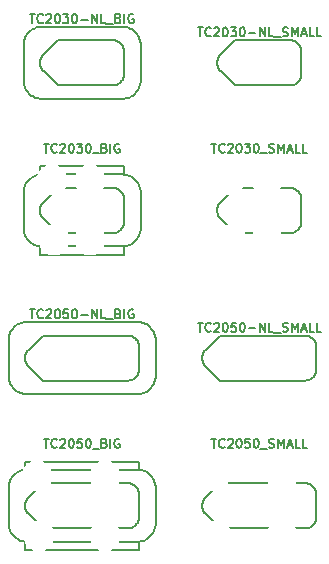
<source format=gto>
G04 (created by PCBNEW-RS274X (2012-05-18 BZR 3565)-testing) date 5/24/2012 1:48:57 AM*
%MOIN*%
G04 Gerber Fmt 3.4, Leading zero omitted, Abs format*
%FSLAX34Y34*%
G01*
G70*
G90*
G04 APERTURE LIST*
%ADD10C,0.006*%
%ADD11C,0.005*%
%ADD12C,0.0409*%
%ADD13C,0.0489*%
%ADD14C,0.0488*%
%ADD15C,0.1034*%
%ADD16C,0.1033*%
G04 APERTURE END LIST*
G54D10*
G54D11*
X46301Y-35199D02*
X44456Y-35199D01*
X46301Y-33699D02*
X44456Y-33699D01*
X43991Y-34734D02*
X44456Y-35199D01*
X43991Y-34164D02*
X44456Y-33699D01*
X43992Y-34165D02*
X43968Y-34190D01*
X43946Y-34218D01*
X43927Y-34248D01*
X43911Y-34279D01*
X43898Y-34312D01*
X43887Y-34345D01*
X43880Y-34380D01*
X43875Y-34414D01*
X43873Y-34449D01*
X43875Y-34484D01*
X43880Y-34518D01*
X43887Y-34553D01*
X43898Y-34586D01*
X43911Y-34619D01*
X43927Y-34650D01*
X43946Y-34680D01*
X43968Y-34708D01*
X43992Y-34733D01*
X46676Y-34074D02*
X46676Y-34824D01*
X46301Y-35199D02*
X46333Y-35197D01*
X46366Y-35193D01*
X46398Y-35186D01*
X46429Y-35176D01*
X46459Y-35163D01*
X46488Y-35148D01*
X46516Y-35131D01*
X46542Y-35111D01*
X46566Y-35089D01*
X46588Y-35065D01*
X46608Y-35039D01*
X46625Y-35011D01*
X46640Y-34982D01*
X46653Y-34952D01*
X46663Y-34921D01*
X46670Y-34889D01*
X46674Y-34856D01*
X46676Y-34824D01*
X46676Y-34074D02*
X46674Y-34042D01*
X46670Y-34009D01*
X46663Y-33977D01*
X46653Y-33946D01*
X46640Y-33916D01*
X46625Y-33887D01*
X46608Y-33859D01*
X46588Y-33833D01*
X46566Y-33809D01*
X46542Y-33787D01*
X46516Y-33767D01*
X46488Y-33750D01*
X46459Y-33735D01*
X46429Y-33722D01*
X46398Y-33712D01*
X46366Y-33705D01*
X46333Y-33701D01*
X46301Y-33699D01*
X47226Y-33849D02*
X47226Y-35049D01*
X43326Y-35049D02*
X43326Y-33849D01*
X43926Y-33249D02*
X46626Y-33249D01*
X43926Y-35649D02*
X46626Y-35649D01*
X47226Y-33849D02*
X47223Y-33797D01*
X47216Y-33745D01*
X47205Y-33694D01*
X47189Y-33644D01*
X47169Y-33596D01*
X47145Y-33550D01*
X47117Y-33505D01*
X47085Y-33464D01*
X47050Y-33425D01*
X47011Y-33390D01*
X46970Y-33358D01*
X46926Y-33330D01*
X46879Y-33306D01*
X46831Y-33286D01*
X46781Y-33270D01*
X46730Y-33259D01*
X46678Y-33252D01*
X46626Y-33249D01*
X46626Y-35649D02*
X46678Y-35646D01*
X46730Y-35639D01*
X46781Y-35628D01*
X46831Y-35612D01*
X46879Y-35592D01*
X46926Y-35568D01*
X46970Y-35540D01*
X47011Y-35508D01*
X47050Y-35473D01*
X47085Y-35434D01*
X47117Y-35393D01*
X47145Y-35348D01*
X47169Y-35302D01*
X47189Y-35254D01*
X47205Y-35204D01*
X47216Y-35153D01*
X47223Y-35101D01*
X47226Y-35049D01*
X43326Y-35049D02*
X43329Y-35101D01*
X43336Y-35153D01*
X43347Y-35204D01*
X43363Y-35254D01*
X43383Y-35302D01*
X43407Y-35348D01*
X43435Y-35393D01*
X43467Y-35434D01*
X43502Y-35473D01*
X43541Y-35508D01*
X43582Y-35540D01*
X43627Y-35568D01*
X43673Y-35592D01*
X43721Y-35612D01*
X43771Y-35628D01*
X43822Y-35639D01*
X43874Y-35646D01*
X43926Y-35649D01*
X43926Y-33249D02*
X43874Y-33252D01*
X43822Y-33259D01*
X43771Y-33270D01*
X43721Y-33286D01*
X43673Y-33306D01*
X43627Y-33330D01*
X43582Y-33358D01*
X43541Y-33390D01*
X43502Y-33425D01*
X43467Y-33464D01*
X43435Y-33505D01*
X43407Y-33550D01*
X43383Y-33596D01*
X43363Y-33644D01*
X43347Y-33694D01*
X43336Y-33745D01*
X43329Y-33797D01*
X43326Y-33849D01*
X52206Y-35199D02*
X50361Y-35199D01*
X52206Y-33699D02*
X50361Y-33699D01*
X49896Y-34734D02*
X50361Y-35199D01*
X49896Y-34164D02*
X50361Y-33699D01*
X49897Y-34165D02*
X49873Y-34190D01*
X49851Y-34218D01*
X49832Y-34248D01*
X49816Y-34279D01*
X49803Y-34312D01*
X49792Y-34345D01*
X49785Y-34380D01*
X49780Y-34414D01*
X49778Y-34449D01*
X49780Y-34484D01*
X49785Y-34518D01*
X49792Y-34553D01*
X49803Y-34586D01*
X49816Y-34619D01*
X49832Y-34650D01*
X49851Y-34680D01*
X49873Y-34708D01*
X49897Y-34733D01*
X52581Y-34074D02*
X52581Y-34824D01*
X52206Y-35199D02*
X52238Y-35197D01*
X52271Y-35193D01*
X52303Y-35186D01*
X52334Y-35176D01*
X52364Y-35163D01*
X52393Y-35148D01*
X52421Y-35131D01*
X52447Y-35111D01*
X52471Y-35089D01*
X52493Y-35065D01*
X52513Y-35039D01*
X52530Y-35011D01*
X52545Y-34982D01*
X52558Y-34952D01*
X52568Y-34921D01*
X52575Y-34889D01*
X52579Y-34856D01*
X52581Y-34824D01*
X52581Y-34074D02*
X52579Y-34042D01*
X52575Y-34009D01*
X52568Y-33977D01*
X52558Y-33946D01*
X52545Y-33916D01*
X52530Y-33887D01*
X52513Y-33859D01*
X52493Y-33833D01*
X52471Y-33809D01*
X52447Y-33787D01*
X52421Y-33767D01*
X52393Y-33750D01*
X52364Y-33735D01*
X52334Y-33722D01*
X52303Y-33712D01*
X52271Y-33705D01*
X52238Y-33701D01*
X52206Y-33699D01*
X46301Y-40120D02*
X44456Y-40120D01*
X46301Y-38620D02*
X44456Y-38620D01*
X43991Y-39655D02*
X44456Y-40120D01*
X43991Y-39085D02*
X44456Y-38620D01*
X43992Y-39086D02*
X43968Y-39111D01*
X43946Y-39139D01*
X43927Y-39169D01*
X43911Y-39200D01*
X43898Y-39233D01*
X43887Y-39266D01*
X43880Y-39301D01*
X43875Y-39335D01*
X43873Y-39370D01*
X43875Y-39405D01*
X43880Y-39439D01*
X43887Y-39474D01*
X43898Y-39507D01*
X43911Y-39540D01*
X43927Y-39571D01*
X43946Y-39601D01*
X43968Y-39629D01*
X43992Y-39654D01*
X46676Y-40840D02*
X46676Y-40570D01*
X46676Y-40840D02*
X43876Y-40840D01*
X43876Y-40840D02*
X43876Y-40570D01*
X46676Y-37900D02*
X46676Y-38170D01*
X43876Y-37900D02*
X43876Y-38170D01*
X46676Y-37900D02*
X43876Y-37900D01*
X46676Y-38995D02*
X46676Y-39745D01*
X46301Y-40120D02*
X46333Y-40118D01*
X46366Y-40114D01*
X46398Y-40107D01*
X46429Y-40097D01*
X46459Y-40084D01*
X46488Y-40069D01*
X46516Y-40052D01*
X46542Y-40032D01*
X46566Y-40010D01*
X46588Y-39986D01*
X46608Y-39960D01*
X46625Y-39932D01*
X46640Y-39903D01*
X46653Y-39873D01*
X46663Y-39842D01*
X46670Y-39810D01*
X46674Y-39777D01*
X46676Y-39745D01*
X46676Y-38995D02*
X46674Y-38963D01*
X46670Y-38930D01*
X46663Y-38898D01*
X46653Y-38867D01*
X46640Y-38837D01*
X46625Y-38808D01*
X46608Y-38780D01*
X46588Y-38754D01*
X46566Y-38730D01*
X46542Y-38708D01*
X46516Y-38688D01*
X46488Y-38671D01*
X46459Y-38656D01*
X46429Y-38643D01*
X46398Y-38633D01*
X46366Y-38626D01*
X46333Y-38622D01*
X46301Y-38620D01*
X47226Y-38770D02*
X47226Y-39970D01*
X43326Y-39970D02*
X43326Y-38770D01*
X43926Y-38170D02*
X46626Y-38170D01*
X43926Y-40570D02*
X46626Y-40570D01*
X47226Y-38770D02*
X47223Y-38718D01*
X47216Y-38666D01*
X47205Y-38615D01*
X47189Y-38565D01*
X47169Y-38517D01*
X47145Y-38471D01*
X47117Y-38426D01*
X47085Y-38385D01*
X47050Y-38346D01*
X47011Y-38311D01*
X46970Y-38279D01*
X46926Y-38251D01*
X46879Y-38227D01*
X46831Y-38207D01*
X46781Y-38191D01*
X46730Y-38180D01*
X46678Y-38173D01*
X46626Y-38170D01*
X46626Y-40570D02*
X46678Y-40567D01*
X46730Y-40560D01*
X46781Y-40549D01*
X46831Y-40533D01*
X46879Y-40513D01*
X46926Y-40489D01*
X46970Y-40461D01*
X47011Y-40429D01*
X47050Y-40394D01*
X47085Y-40355D01*
X47117Y-40314D01*
X47145Y-40269D01*
X47169Y-40223D01*
X47189Y-40175D01*
X47205Y-40125D01*
X47216Y-40074D01*
X47223Y-40022D01*
X47226Y-39970D01*
X43326Y-39970D02*
X43329Y-40022D01*
X43336Y-40074D01*
X43347Y-40125D01*
X43363Y-40175D01*
X43383Y-40223D01*
X43407Y-40269D01*
X43435Y-40314D01*
X43467Y-40355D01*
X43502Y-40394D01*
X43541Y-40429D01*
X43582Y-40461D01*
X43627Y-40489D01*
X43673Y-40513D01*
X43721Y-40533D01*
X43771Y-40549D01*
X43822Y-40560D01*
X43874Y-40567D01*
X43926Y-40570D01*
X43926Y-38170D02*
X43874Y-38173D01*
X43822Y-38180D01*
X43771Y-38191D01*
X43721Y-38207D01*
X43673Y-38227D01*
X43627Y-38251D01*
X43582Y-38279D01*
X43541Y-38311D01*
X43502Y-38346D01*
X43467Y-38385D01*
X43435Y-38426D01*
X43407Y-38471D01*
X43383Y-38517D01*
X43363Y-38565D01*
X43347Y-38615D01*
X43336Y-38666D01*
X43329Y-38718D01*
X43326Y-38770D01*
X52206Y-40120D02*
X50361Y-40120D01*
X52206Y-38620D02*
X50361Y-38620D01*
X49896Y-39655D02*
X50361Y-40120D01*
X49896Y-39085D02*
X50361Y-38620D01*
X49897Y-39086D02*
X49873Y-39111D01*
X49851Y-39139D01*
X49832Y-39169D01*
X49816Y-39200D01*
X49803Y-39233D01*
X49792Y-39266D01*
X49785Y-39301D01*
X49780Y-39335D01*
X49778Y-39370D01*
X49780Y-39405D01*
X49785Y-39439D01*
X49792Y-39474D01*
X49803Y-39507D01*
X49816Y-39540D01*
X49832Y-39571D01*
X49851Y-39601D01*
X49873Y-39629D01*
X49897Y-39654D01*
X52581Y-38995D02*
X52581Y-39745D01*
X52206Y-40120D02*
X52238Y-40118D01*
X52271Y-40114D01*
X52303Y-40107D01*
X52334Y-40097D01*
X52364Y-40084D01*
X52393Y-40069D01*
X52421Y-40052D01*
X52447Y-40032D01*
X52471Y-40010D01*
X52493Y-39986D01*
X52513Y-39960D01*
X52530Y-39932D01*
X52545Y-39903D01*
X52558Y-39873D01*
X52568Y-39842D01*
X52575Y-39810D01*
X52579Y-39777D01*
X52581Y-39745D01*
X52581Y-38995D02*
X52579Y-38963D01*
X52575Y-38930D01*
X52568Y-38898D01*
X52558Y-38867D01*
X52545Y-38837D01*
X52530Y-38808D01*
X52513Y-38780D01*
X52493Y-38754D01*
X52471Y-38730D01*
X52447Y-38708D01*
X52421Y-38688D01*
X52393Y-38671D01*
X52364Y-38656D01*
X52334Y-38643D01*
X52303Y-38633D01*
X52271Y-38626D01*
X52238Y-38622D01*
X52206Y-38620D01*
X47126Y-45491D02*
X43426Y-45491D01*
X46801Y-45041D02*
X43956Y-45041D01*
X46801Y-43541D02*
X43956Y-43541D01*
X47126Y-43091D02*
X43426Y-43091D01*
X43491Y-44576D02*
X43956Y-45041D01*
X43491Y-44006D02*
X43956Y-43541D01*
X43492Y-44007D02*
X43468Y-44032D01*
X43446Y-44060D01*
X43427Y-44090D01*
X43411Y-44121D01*
X43398Y-44154D01*
X43387Y-44187D01*
X43380Y-44222D01*
X43375Y-44256D01*
X43373Y-44291D01*
X43375Y-44326D01*
X43380Y-44360D01*
X43387Y-44395D01*
X43398Y-44428D01*
X43411Y-44461D01*
X43427Y-44492D01*
X43446Y-44522D01*
X43468Y-44550D01*
X43492Y-44575D01*
X47176Y-43916D02*
X47176Y-44666D01*
X46801Y-45041D02*
X46833Y-45039D01*
X46866Y-45035D01*
X46898Y-45028D01*
X46929Y-45018D01*
X46959Y-45005D01*
X46988Y-44990D01*
X47016Y-44973D01*
X47042Y-44953D01*
X47066Y-44931D01*
X47088Y-44907D01*
X47108Y-44881D01*
X47125Y-44853D01*
X47140Y-44824D01*
X47153Y-44794D01*
X47163Y-44763D01*
X47170Y-44731D01*
X47174Y-44698D01*
X47176Y-44666D01*
X47176Y-43916D02*
X47174Y-43884D01*
X47170Y-43851D01*
X47163Y-43819D01*
X47153Y-43788D01*
X47140Y-43758D01*
X47125Y-43729D01*
X47108Y-43701D01*
X47088Y-43675D01*
X47066Y-43651D01*
X47042Y-43629D01*
X47016Y-43609D01*
X46988Y-43592D01*
X46959Y-43577D01*
X46929Y-43564D01*
X46898Y-43554D01*
X46866Y-43547D01*
X46833Y-43543D01*
X46801Y-43541D01*
X47726Y-43691D02*
X47726Y-44891D01*
X42826Y-44891D02*
X42826Y-43691D01*
X47726Y-43691D02*
X47723Y-43639D01*
X47716Y-43587D01*
X47705Y-43536D01*
X47689Y-43486D01*
X47669Y-43438D01*
X47645Y-43392D01*
X47617Y-43347D01*
X47585Y-43306D01*
X47550Y-43267D01*
X47511Y-43232D01*
X47470Y-43200D01*
X47426Y-43172D01*
X47379Y-43148D01*
X47331Y-43128D01*
X47281Y-43112D01*
X47230Y-43101D01*
X47178Y-43094D01*
X47126Y-43091D01*
X47126Y-45491D02*
X47178Y-45488D01*
X47230Y-45481D01*
X47281Y-45470D01*
X47331Y-45454D01*
X47379Y-45434D01*
X47426Y-45410D01*
X47470Y-45382D01*
X47511Y-45350D01*
X47550Y-45315D01*
X47585Y-45276D01*
X47617Y-45235D01*
X47645Y-45190D01*
X47669Y-45144D01*
X47689Y-45096D01*
X47705Y-45046D01*
X47716Y-44995D01*
X47723Y-44943D01*
X47726Y-44891D01*
X42826Y-44891D02*
X42829Y-44943D01*
X42836Y-44995D01*
X42847Y-45046D01*
X42863Y-45096D01*
X42883Y-45144D01*
X42907Y-45190D01*
X42935Y-45235D01*
X42967Y-45276D01*
X43002Y-45315D01*
X43041Y-45350D01*
X43082Y-45382D01*
X43127Y-45410D01*
X43173Y-45434D01*
X43221Y-45454D01*
X43271Y-45470D01*
X43322Y-45481D01*
X43374Y-45488D01*
X43426Y-45491D01*
X43426Y-43091D02*
X43374Y-43094D01*
X43322Y-43101D01*
X43271Y-43112D01*
X43221Y-43128D01*
X43173Y-43148D01*
X43127Y-43172D01*
X43082Y-43200D01*
X43041Y-43232D01*
X43002Y-43267D01*
X42967Y-43306D01*
X42935Y-43347D01*
X42907Y-43392D01*
X42883Y-43438D01*
X42863Y-43486D01*
X42847Y-43536D01*
X42836Y-43587D01*
X42829Y-43639D01*
X42826Y-43691D01*
X52706Y-45041D02*
X49861Y-45041D01*
X52706Y-43541D02*
X49861Y-43541D01*
X49396Y-44576D02*
X49861Y-45041D01*
X49396Y-44006D02*
X49861Y-43541D01*
X49397Y-44007D02*
X49373Y-44032D01*
X49351Y-44060D01*
X49332Y-44090D01*
X49316Y-44121D01*
X49303Y-44154D01*
X49292Y-44187D01*
X49285Y-44222D01*
X49280Y-44256D01*
X49278Y-44291D01*
X49280Y-44326D01*
X49285Y-44360D01*
X49292Y-44395D01*
X49303Y-44428D01*
X49316Y-44461D01*
X49332Y-44492D01*
X49351Y-44522D01*
X49373Y-44550D01*
X49397Y-44575D01*
X53081Y-43916D02*
X53081Y-44666D01*
X52706Y-45041D02*
X52738Y-45039D01*
X52771Y-45035D01*
X52803Y-45028D01*
X52834Y-45018D01*
X52864Y-45005D01*
X52893Y-44990D01*
X52921Y-44973D01*
X52947Y-44953D01*
X52971Y-44931D01*
X52993Y-44907D01*
X53013Y-44881D01*
X53030Y-44853D01*
X53045Y-44824D01*
X53058Y-44794D01*
X53068Y-44763D01*
X53075Y-44731D01*
X53079Y-44698D01*
X53081Y-44666D01*
X53081Y-43916D02*
X53079Y-43884D01*
X53075Y-43851D01*
X53068Y-43819D01*
X53058Y-43788D01*
X53045Y-43758D01*
X53030Y-43729D01*
X53013Y-43701D01*
X52993Y-43675D01*
X52971Y-43651D01*
X52947Y-43629D01*
X52921Y-43609D01*
X52893Y-43592D01*
X52864Y-43577D01*
X52834Y-43564D01*
X52803Y-43554D01*
X52771Y-43547D01*
X52738Y-43543D01*
X52706Y-43541D01*
X47176Y-50683D02*
X43376Y-50683D01*
X47126Y-50413D02*
X43426Y-50413D01*
X46801Y-49963D02*
X43956Y-49963D01*
X46801Y-48463D02*
X43956Y-48463D01*
X47126Y-48013D02*
X43426Y-48013D01*
X47176Y-47743D02*
X43376Y-47743D01*
X43491Y-49498D02*
X43956Y-49963D01*
X43491Y-48928D02*
X43956Y-48463D01*
X43492Y-48929D02*
X43468Y-48954D01*
X43446Y-48982D01*
X43427Y-49012D01*
X43411Y-49043D01*
X43398Y-49076D01*
X43387Y-49109D01*
X43380Y-49144D01*
X43375Y-49178D01*
X43373Y-49213D01*
X43375Y-49248D01*
X43380Y-49282D01*
X43387Y-49317D01*
X43398Y-49350D01*
X43411Y-49383D01*
X43427Y-49414D01*
X43446Y-49444D01*
X43468Y-49472D01*
X43492Y-49497D01*
X47176Y-50683D02*
X47176Y-50413D01*
X43376Y-50683D02*
X43376Y-50413D01*
X47176Y-47743D02*
X47176Y-48013D01*
X43376Y-47743D02*
X43376Y-48013D01*
X47176Y-48838D02*
X47176Y-49588D01*
X46801Y-49963D02*
X46833Y-49961D01*
X46866Y-49957D01*
X46898Y-49950D01*
X46929Y-49940D01*
X46959Y-49927D01*
X46988Y-49912D01*
X47016Y-49895D01*
X47042Y-49875D01*
X47066Y-49853D01*
X47088Y-49829D01*
X47108Y-49803D01*
X47125Y-49775D01*
X47140Y-49746D01*
X47153Y-49716D01*
X47163Y-49685D01*
X47170Y-49653D01*
X47174Y-49620D01*
X47176Y-49588D01*
X47176Y-48838D02*
X47174Y-48806D01*
X47170Y-48773D01*
X47163Y-48741D01*
X47153Y-48710D01*
X47140Y-48680D01*
X47125Y-48651D01*
X47108Y-48623D01*
X47088Y-48597D01*
X47066Y-48573D01*
X47042Y-48551D01*
X47016Y-48531D01*
X46988Y-48514D01*
X46959Y-48499D01*
X46929Y-48486D01*
X46898Y-48476D01*
X46866Y-48469D01*
X46833Y-48465D01*
X46801Y-48463D01*
X47726Y-48613D02*
X47726Y-49813D01*
X42826Y-49813D02*
X42826Y-48613D01*
X47726Y-48613D02*
X47723Y-48561D01*
X47716Y-48509D01*
X47705Y-48458D01*
X47689Y-48408D01*
X47669Y-48360D01*
X47645Y-48314D01*
X47617Y-48269D01*
X47585Y-48228D01*
X47550Y-48189D01*
X47511Y-48154D01*
X47470Y-48122D01*
X47426Y-48094D01*
X47379Y-48070D01*
X47331Y-48050D01*
X47281Y-48034D01*
X47230Y-48023D01*
X47178Y-48016D01*
X47126Y-48013D01*
X47126Y-50413D02*
X47178Y-50410D01*
X47230Y-50403D01*
X47281Y-50392D01*
X47331Y-50376D01*
X47379Y-50356D01*
X47426Y-50332D01*
X47470Y-50304D01*
X47511Y-50272D01*
X47550Y-50237D01*
X47585Y-50198D01*
X47617Y-50157D01*
X47645Y-50112D01*
X47669Y-50066D01*
X47689Y-50018D01*
X47705Y-49968D01*
X47716Y-49917D01*
X47723Y-49865D01*
X47726Y-49813D01*
X42826Y-49813D02*
X42829Y-49865D01*
X42836Y-49917D01*
X42847Y-49968D01*
X42863Y-50018D01*
X42883Y-50066D01*
X42907Y-50112D01*
X42935Y-50157D01*
X42967Y-50198D01*
X43002Y-50237D01*
X43041Y-50272D01*
X43082Y-50304D01*
X43127Y-50332D01*
X43173Y-50356D01*
X43221Y-50376D01*
X43271Y-50392D01*
X43322Y-50403D01*
X43374Y-50410D01*
X43426Y-50413D01*
X43426Y-48013D02*
X43374Y-48016D01*
X43322Y-48023D01*
X43271Y-48034D01*
X43221Y-48050D01*
X43173Y-48070D01*
X43127Y-48094D01*
X43082Y-48122D01*
X43041Y-48154D01*
X43002Y-48189D01*
X42967Y-48228D01*
X42935Y-48269D01*
X42907Y-48314D01*
X42883Y-48360D01*
X42863Y-48408D01*
X42847Y-48458D01*
X42836Y-48509D01*
X42829Y-48561D01*
X42826Y-48613D01*
X52706Y-49963D02*
X49861Y-49963D01*
X52706Y-48463D02*
X49861Y-48463D01*
X49396Y-49498D02*
X49861Y-49963D01*
X49396Y-48928D02*
X49861Y-48463D01*
X49397Y-48929D02*
X49373Y-48954D01*
X49351Y-48982D01*
X49332Y-49012D01*
X49316Y-49043D01*
X49303Y-49076D01*
X49292Y-49109D01*
X49285Y-49144D01*
X49280Y-49178D01*
X49278Y-49213D01*
X49280Y-49248D01*
X49285Y-49282D01*
X49292Y-49317D01*
X49303Y-49350D01*
X49316Y-49383D01*
X49332Y-49414D01*
X49351Y-49444D01*
X49373Y-49472D01*
X49397Y-49497D01*
X53081Y-48838D02*
X53081Y-49588D01*
X52706Y-49963D02*
X52738Y-49961D01*
X52771Y-49957D01*
X52803Y-49950D01*
X52834Y-49940D01*
X52864Y-49927D01*
X52893Y-49912D01*
X52921Y-49895D01*
X52947Y-49875D01*
X52971Y-49853D01*
X52993Y-49829D01*
X53013Y-49803D01*
X53030Y-49775D01*
X53045Y-49746D01*
X53058Y-49716D01*
X53068Y-49685D01*
X53075Y-49653D01*
X53079Y-49620D01*
X53081Y-49588D01*
X53081Y-48838D02*
X53079Y-48806D01*
X53075Y-48773D01*
X53068Y-48741D01*
X53058Y-48710D01*
X53045Y-48680D01*
X53030Y-48651D01*
X53013Y-48623D01*
X52993Y-48597D01*
X52971Y-48573D01*
X52947Y-48551D01*
X52921Y-48531D01*
X52893Y-48514D01*
X52864Y-48499D01*
X52834Y-48486D01*
X52803Y-48476D01*
X52771Y-48469D01*
X52738Y-48465D01*
X52706Y-48463D01*
X43530Y-32823D02*
X43701Y-32823D01*
X43616Y-33121D02*
X43616Y-32823D01*
X43970Y-33092D02*
X43956Y-33106D01*
X43913Y-33121D01*
X43885Y-33121D01*
X43843Y-33106D01*
X43814Y-33078D01*
X43800Y-33050D01*
X43786Y-32993D01*
X43786Y-32950D01*
X43800Y-32894D01*
X43814Y-32865D01*
X43843Y-32837D01*
X43885Y-32823D01*
X43913Y-32823D01*
X43956Y-32837D01*
X43970Y-32851D01*
X44084Y-32851D02*
X44098Y-32837D01*
X44126Y-32823D01*
X44197Y-32823D01*
X44226Y-32837D01*
X44240Y-32851D01*
X44254Y-32879D01*
X44254Y-32908D01*
X44240Y-32950D01*
X44070Y-33121D01*
X44254Y-33121D01*
X44439Y-32823D02*
X44467Y-32823D01*
X44495Y-32837D01*
X44510Y-32851D01*
X44524Y-32879D01*
X44538Y-32936D01*
X44538Y-33007D01*
X44524Y-33064D01*
X44510Y-33092D01*
X44495Y-33106D01*
X44467Y-33121D01*
X44439Y-33121D01*
X44410Y-33106D01*
X44396Y-33092D01*
X44382Y-33064D01*
X44368Y-33007D01*
X44368Y-32936D01*
X44382Y-32879D01*
X44396Y-32851D01*
X44410Y-32837D01*
X44439Y-32823D01*
X44638Y-32823D02*
X44822Y-32823D01*
X44723Y-32936D01*
X44765Y-32936D01*
X44794Y-32950D01*
X44808Y-32965D01*
X44822Y-32993D01*
X44822Y-33064D01*
X44808Y-33092D01*
X44794Y-33106D01*
X44765Y-33121D01*
X44680Y-33121D01*
X44652Y-33106D01*
X44638Y-33092D01*
X45007Y-32823D02*
X45035Y-32823D01*
X45063Y-32837D01*
X45078Y-32851D01*
X45092Y-32879D01*
X45106Y-32936D01*
X45106Y-33007D01*
X45092Y-33064D01*
X45078Y-33092D01*
X45063Y-33106D01*
X45035Y-33121D01*
X45007Y-33121D01*
X44978Y-33106D01*
X44964Y-33092D01*
X44950Y-33064D01*
X44936Y-33007D01*
X44936Y-32936D01*
X44950Y-32879D01*
X44964Y-32851D01*
X44978Y-32837D01*
X45007Y-32823D01*
X45234Y-33007D02*
X45461Y-33007D01*
X45603Y-33121D02*
X45603Y-32823D01*
X45773Y-33121D01*
X45773Y-32823D01*
X46057Y-33121D02*
X45915Y-33121D01*
X45915Y-32823D01*
X46085Y-33149D02*
X46312Y-33149D01*
X46482Y-32965D02*
X46525Y-32979D01*
X46539Y-32993D01*
X46553Y-33021D01*
X46553Y-33064D01*
X46539Y-33092D01*
X46525Y-33106D01*
X46496Y-33121D01*
X46383Y-33121D01*
X46383Y-32823D01*
X46482Y-32823D01*
X46511Y-32837D01*
X46525Y-32851D01*
X46539Y-32879D01*
X46539Y-32908D01*
X46525Y-32936D01*
X46511Y-32950D01*
X46482Y-32965D01*
X46383Y-32965D01*
X46681Y-33121D02*
X46681Y-32823D01*
X46979Y-32837D02*
X46951Y-32823D01*
X46908Y-32823D01*
X46866Y-32837D01*
X46837Y-32865D01*
X46823Y-32894D01*
X46809Y-32950D01*
X46809Y-32993D01*
X46823Y-33050D01*
X46837Y-33078D01*
X46866Y-33106D01*
X46908Y-33121D01*
X46936Y-33121D01*
X46979Y-33106D01*
X46993Y-33092D01*
X46993Y-32993D01*
X46936Y-32993D01*
X49123Y-33272D02*
X49294Y-33272D01*
X49209Y-33570D02*
X49209Y-33272D01*
X49563Y-33541D02*
X49549Y-33555D01*
X49506Y-33570D01*
X49478Y-33570D01*
X49436Y-33555D01*
X49407Y-33527D01*
X49393Y-33499D01*
X49379Y-33442D01*
X49379Y-33399D01*
X49393Y-33343D01*
X49407Y-33314D01*
X49436Y-33286D01*
X49478Y-33272D01*
X49506Y-33272D01*
X49549Y-33286D01*
X49563Y-33300D01*
X49677Y-33300D02*
X49691Y-33286D01*
X49719Y-33272D01*
X49790Y-33272D01*
X49819Y-33286D01*
X49833Y-33300D01*
X49847Y-33328D01*
X49847Y-33357D01*
X49833Y-33399D01*
X49663Y-33570D01*
X49847Y-33570D01*
X50032Y-33272D02*
X50060Y-33272D01*
X50088Y-33286D01*
X50103Y-33300D01*
X50117Y-33328D01*
X50131Y-33385D01*
X50131Y-33456D01*
X50117Y-33513D01*
X50103Y-33541D01*
X50088Y-33555D01*
X50060Y-33570D01*
X50032Y-33570D01*
X50003Y-33555D01*
X49989Y-33541D01*
X49975Y-33513D01*
X49961Y-33456D01*
X49961Y-33385D01*
X49975Y-33328D01*
X49989Y-33300D01*
X50003Y-33286D01*
X50032Y-33272D01*
X50231Y-33272D02*
X50415Y-33272D01*
X50316Y-33385D01*
X50358Y-33385D01*
X50387Y-33399D01*
X50401Y-33414D01*
X50415Y-33442D01*
X50415Y-33513D01*
X50401Y-33541D01*
X50387Y-33555D01*
X50358Y-33570D01*
X50273Y-33570D01*
X50245Y-33555D01*
X50231Y-33541D01*
X50600Y-33272D02*
X50628Y-33272D01*
X50656Y-33286D01*
X50671Y-33300D01*
X50685Y-33328D01*
X50699Y-33385D01*
X50699Y-33456D01*
X50685Y-33513D01*
X50671Y-33541D01*
X50656Y-33555D01*
X50628Y-33570D01*
X50600Y-33570D01*
X50571Y-33555D01*
X50557Y-33541D01*
X50543Y-33513D01*
X50529Y-33456D01*
X50529Y-33385D01*
X50543Y-33328D01*
X50557Y-33300D01*
X50571Y-33286D01*
X50600Y-33272D01*
X50827Y-33456D02*
X51054Y-33456D01*
X51196Y-33570D02*
X51196Y-33272D01*
X51366Y-33570D01*
X51366Y-33272D01*
X51650Y-33570D02*
X51508Y-33570D01*
X51508Y-33272D01*
X51678Y-33598D02*
X51905Y-33598D01*
X51962Y-33555D02*
X52004Y-33570D01*
X52075Y-33570D01*
X52104Y-33555D01*
X52118Y-33541D01*
X52132Y-33513D01*
X52132Y-33484D01*
X52118Y-33456D01*
X52104Y-33442D01*
X52075Y-33428D01*
X52019Y-33414D01*
X51990Y-33399D01*
X51976Y-33385D01*
X51962Y-33357D01*
X51962Y-33328D01*
X51976Y-33300D01*
X51990Y-33286D01*
X52019Y-33272D01*
X52089Y-33272D01*
X52132Y-33286D01*
X52260Y-33570D02*
X52260Y-33272D01*
X52359Y-33484D01*
X52459Y-33272D01*
X52459Y-33570D01*
X52587Y-33484D02*
X52729Y-33484D01*
X52558Y-33570D02*
X52658Y-33272D01*
X52757Y-33570D01*
X52998Y-33570D02*
X52856Y-33570D01*
X52856Y-33272D01*
X53239Y-33570D02*
X53097Y-33570D01*
X53097Y-33272D01*
X43991Y-37145D02*
X44162Y-37145D01*
X44077Y-37443D02*
X44077Y-37145D01*
X44431Y-37414D02*
X44417Y-37428D01*
X44374Y-37443D01*
X44346Y-37443D01*
X44304Y-37428D01*
X44275Y-37400D01*
X44261Y-37372D01*
X44247Y-37315D01*
X44247Y-37272D01*
X44261Y-37216D01*
X44275Y-37187D01*
X44304Y-37159D01*
X44346Y-37145D01*
X44374Y-37145D01*
X44417Y-37159D01*
X44431Y-37173D01*
X44545Y-37173D02*
X44559Y-37159D01*
X44587Y-37145D01*
X44658Y-37145D01*
X44687Y-37159D01*
X44701Y-37173D01*
X44715Y-37201D01*
X44715Y-37230D01*
X44701Y-37272D01*
X44531Y-37443D01*
X44715Y-37443D01*
X44900Y-37145D02*
X44928Y-37145D01*
X44956Y-37159D01*
X44971Y-37173D01*
X44985Y-37201D01*
X44999Y-37258D01*
X44999Y-37329D01*
X44985Y-37386D01*
X44971Y-37414D01*
X44956Y-37428D01*
X44928Y-37443D01*
X44900Y-37443D01*
X44871Y-37428D01*
X44857Y-37414D01*
X44843Y-37386D01*
X44829Y-37329D01*
X44829Y-37258D01*
X44843Y-37201D01*
X44857Y-37173D01*
X44871Y-37159D01*
X44900Y-37145D01*
X45099Y-37145D02*
X45283Y-37145D01*
X45184Y-37258D01*
X45226Y-37258D01*
X45255Y-37272D01*
X45269Y-37287D01*
X45283Y-37315D01*
X45283Y-37386D01*
X45269Y-37414D01*
X45255Y-37428D01*
X45226Y-37443D01*
X45141Y-37443D01*
X45113Y-37428D01*
X45099Y-37414D01*
X45468Y-37145D02*
X45496Y-37145D01*
X45524Y-37159D01*
X45539Y-37173D01*
X45553Y-37201D01*
X45567Y-37258D01*
X45567Y-37329D01*
X45553Y-37386D01*
X45539Y-37414D01*
X45524Y-37428D01*
X45496Y-37443D01*
X45468Y-37443D01*
X45439Y-37428D01*
X45425Y-37414D01*
X45411Y-37386D01*
X45397Y-37329D01*
X45397Y-37258D01*
X45411Y-37201D01*
X45425Y-37173D01*
X45439Y-37159D01*
X45468Y-37145D01*
X45624Y-37471D02*
X45851Y-37471D01*
X46021Y-37287D02*
X46064Y-37301D01*
X46078Y-37315D01*
X46092Y-37343D01*
X46092Y-37386D01*
X46078Y-37414D01*
X46064Y-37428D01*
X46035Y-37443D01*
X45922Y-37443D01*
X45922Y-37145D01*
X46021Y-37145D01*
X46050Y-37159D01*
X46064Y-37173D01*
X46078Y-37201D01*
X46078Y-37230D01*
X46064Y-37258D01*
X46050Y-37272D01*
X46021Y-37287D01*
X45922Y-37287D01*
X46220Y-37443D02*
X46220Y-37145D01*
X46518Y-37159D02*
X46490Y-37145D01*
X46447Y-37145D01*
X46405Y-37159D01*
X46376Y-37187D01*
X46362Y-37216D01*
X46348Y-37272D01*
X46348Y-37315D01*
X46362Y-37372D01*
X46376Y-37400D01*
X46405Y-37428D01*
X46447Y-37443D01*
X46475Y-37443D01*
X46518Y-37428D01*
X46532Y-37414D01*
X46532Y-37315D01*
X46475Y-37315D01*
X49584Y-37145D02*
X49755Y-37145D01*
X49670Y-37443D02*
X49670Y-37145D01*
X50024Y-37414D02*
X50010Y-37428D01*
X49967Y-37443D01*
X49939Y-37443D01*
X49897Y-37428D01*
X49868Y-37400D01*
X49854Y-37372D01*
X49840Y-37315D01*
X49840Y-37272D01*
X49854Y-37216D01*
X49868Y-37187D01*
X49897Y-37159D01*
X49939Y-37145D01*
X49967Y-37145D01*
X50010Y-37159D01*
X50024Y-37173D01*
X50138Y-37173D02*
X50152Y-37159D01*
X50180Y-37145D01*
X50251Y-37145D01*
X50280Y-37159D01*
X50294Y-37173D01*
X50308Y-37201D01*
X50308Y-37230D01*
X50294Y-37272D01*
X50124Y-37443D01*
X50308Y-37443D01*
X50493Y-37145D02*
X50521Y-37145D01*
X50549Y-37159D01*
X50564Y-37173D01*
X50578Y-37201D01*
X50592Y-37258D01*
X50592Y-37329D01*
X50578Y-37386D01*
X50564Y-37414D01*
X50549Y-37428D01*
X50521Y-37443D01*
X50493Y-37443D01*
X50464Y-37428D01*
X50450Y-37414D01*
X50436Y-37386D01*
X50422Y-37329D01*
X50422Y-37258D01*
X50436Y-37201D01*
X50450Y-37173D01*
X50464Y-37159D01*
X50493Y-37145D01*
X50692Y-37145D02*
X50876Y-37145D01*
X50777Y-37258D01*
X50819Y-37258D01*
X50848Y-37272D01*
X50862Y-37287D01*
X50876Y-37315D01*
X50876Y-37386D01*
X50862Y-37414D01*
X50848Y-37428D01*
X50819Y-37443D01*
X50734Y-37443D01*
X50706Y-37428D01*
X50692Y-37414D01*
X51061Y-37145D02*
X51089Y-37145D01*
X51117Y-37159D01*
X51132Y-37173D01*
X51146Y-37201D01*
X51160Y-37258D01*
X51160Y-37329D01*
X51146Y-37386D01*
X51132Y-37414D01*
X51117Y-37428D01*
X51089Y-37443D01*
X51061Y-37443D01*
X51032Y-37428D01*
X51018Y-37414D01*
X51004Y-37386D01*
X50990Y-37329D01*
X50990Y-37258D01*
X51004Y-37201D01*
X51018Y-37173D01*
X51032Y-37159D01*
X51061Y-37145D01*
X51217Y-37471D02*
X51444Y-37471D01*
X51501Y-37428D02*
X51543Y-37443D01*
X51614Y-37443D01*
X51643Y-37428D01*
X51657Y-37414D01*
X51671Y-37386D01*
X51671Y-37357D01*
X51657Y-37329D01*
X51643Y-37315D01*
X51614Y-37301D01*
X51558Y-37287D01*
X51529Y-37272D01*
X51515Y-37258D01*
X51501Y-37230D01*
X51501Y-37201D01*
X51515Y-37173D01*
X51529Y-37159D01*
X51558Y-37145D01*
X51628Y-37145D01*
X51671Y-37159D01*
X51799Y-37443D02*
X51799Y-37145D01*
X51898Y-37357D01*
X51998Y-37145D01*
X51998Y-37443D01*
X52126Y-37357D02*
X52268Y-37357D01*
X52097Y-37443D02*
X52197Y-37145D01*
X52296Y-37443D01*
X52537Y-37443D02*
X52395Y-37443D01*
X52395Y-37145D01*
X52778Y-37443D02*
X52636Y-37443D01*
X52636Y-37145D01*
X43530Y-42665D02*
X43701Y-42665D01*
X43616Y-42963D02*
X43616Y-42665D01*
X43970Y-42934D02*
X43956Y-42948D01*
X43913Y-42963D01*
X43885Y-42963D01*
X43843Y-42948D01*
X43814Y-42920D01*
X43800Y-42892D01*
X43786Y-42835D01*
X43786Y-42792D01*
X43800Y-42736D01*
X43814Y-42707D01*
X43843Y-42679D01*
X43885Y-42665D01*
X43913Y-42665D01*
X43956Y-42679D01*
X43970Y-42693D01*
X44084Y-42693D02*
X44098Y-42679D01*
X44126Y-42665D01*
X44197Y-42665D01*
X44226Y-42679D01*
X44240Y-42693D01*
X44254Y-42721D01*
X44254Y-42750D01*
X44240Y-42792D01*
X44070Y-42963D01*
X44254Y-42963D01*
X44439Y-42665D02*
X44467Y-42665D01*
X44495Y-42679D01*
X44510Y-42693D01*
X44524Y-42721D01*
X44538Y-42778D01*
X44538Y-42849D01*
X44524Y-42906D01*
X44510Y-42934D01*
X44495Y-42948D01*
X44467Y-42963D01*
X44439Y-42963D01*
X44410Y-42948D01*
X44396Y-42934D01*
X44382Y-42906D01*
X44368Y-42849D01*
X44368Y-42778D01*
X44382Y-42721D01*
X44396Y-42693D01*
X44410Y-42679D01*
X44439Y-42665D01*
X44808Y-42665D02*
X44666Y-42665D01*
X44652Y-42807D01*
X44666Y-42792D01*
X44694Y-42778D01*
X44765Y-42778D01*
X44794Y-42792D01*
X44808Y-42807D01*
X44822Y-42835D01*
X44822Y-42906D01*
X44808Y-42934D01*
X44794Y-42948D01*
X44765Y-42963D01*
X44694Y-42963D01*
X44666Y-42948D01*
X44652Y-42934D01*
X45007Y-42665D02*
X45035Y-42665D01*
X45063Y-42679D01*
X45078Y-42693D01*
X45092Y-42721D01*
X45106Y-42778D01*
X45106Y-42849D01*
X45092Y-42906D01*
X45078Y-42934D01*
X45063Y-42948D01*
X45035Y-42963D01*
X45007Y-42963D01*
X44978Y-42948D01*
X44964Y-42934D01*
X44950Y-42906D01*
X44936Y-42849D01*
X44936Y-42778D01*
X44950Y-42721D01*
X44964Y-42693D01*
X44978Y-42679D01*
X45007Y-42665D01*
X45234Y-42849D02*
X45461Y-42849D01*
X45603Y-42963D02*
X45603Y-42665D01*
X45773Y-42963D01*
X45773Y-42665D01*
X46057Y-42963D02*
X45915Y-42963D01*
X45915Y-42665D01*
X46085Y-42991D02*
X46312Y-42991D01*
X46482Y-42807D02*
X46525Y-42821D01*
X46539Y-42835D01*
X46553Y-42863D01*
X46553Y-42906D01*
X46539Y-42934D01*
X46525Y-42948D01*
X46496Y-42963D01*
X46383Y-42963D01*
X46383Y-42665D01*
X46482Y-42665D01*
X46511Y-42679D01*
X46525Y-42693D01*
X46539Y-42721D01*
X46539Y-42750D01*
X46525Y-42778D01*
X46511Y-42792D01*
X46482Y-42807D01*
X46383Y-42807D01*
X46681Y-42963D02*
X46681Y-42665D01*
X46979Y-42679D02*
X46951Y-42665D01*
X46908Y-42665D01*
X46866Y-42679D01*
X46837Y-42707D01*
X46823Y-42736D01*
X46809Y-42792D01*
X46809Y-42835D01*
X46823Y-42892D01*
X46837Y-42920D01*
X46866Y-42948D01*
X46908Y-42963D01*
X46936Y-42963D01*
X46979Y-42948D01*
X46993Y-42934D01*
X46993Y-42835D01*
X46936Y-42835D01*
X49123Y-43114D02*
X49294Y-43114D01*
X49209Y-43412D02*
X49209Y-43114D01*
X49563Y-43383D02*
X49549Y-43397D01*
X49506Y-43412D01*
X49478Y-43412D01*
X49436Y-43397D01*
X49407Y-43369D01*
X49393Y-43341D01*
X49379Y-43284D01*
X49379Y-43241D01*
X49393Y-43185D01*
X49407Y-43156D01*
X49436Y-43128D01*
X49478Y-43114D01*
X49506Y-43114D01*
X49549Y-43128D01*
X49563Y-43142D01*
X49677Y-43142D02*
X49691Y-43128D01*
X49719Y-43114D01*
X49790Y-43114D01*
X49819Y-43128D01*
X49833Y-43142D01*
X49847Y-43170D01*
X49847Y-43199D01*
X49833Y-43241D01*
X49663Y-43412D01*
X49847Y-43412D01*
X50032Y-43114D02*
X50060Y-43114D01*
X50088Y-43128D01*
X50103Y-43142D01*
X50117Y-43170D01*
X50131Y-43227D01*
X50131Y-43298D01*
X50117Y-43355D01*
X50103Y-43383D01*
X50088Y-43397D01*
X50060Y-43412D01*
X50032Y-43412D01*
X50003Y-43397D01*
X49989Y-43383D01*
X49975Y-43355D01*
X49961Y-43298D01*
X49961Y-43227D01*
X49975Y-43170D01*
X49989Y-43142D01*
X50003Y-43128D01*
X50032Y-43114D01*
X50401Y-43114D02*
X50259Y-43114D01*
X50245Y-43256D01*
X50259Y-43241D01*
X50287Y-43227D01*
X50358Y-43227D01*
X50387Y-43241D01*
X50401Y-43256D01*
X50415Y-43284D01*
X50415Y-43355D01*
X50401Y-43383D01*
X50387Y-43397D01*
X50358Y-43412D01*
X50287Y-43412D01*
X50259Y-43397D01*
X50245Y-43383D01*
X50600Y-43114D02*
X50628Y-43114D01*
X50656Y-43128D01*
X50671Y-43142D01*
X50685Y-43170D01*
X50699Y-43227D01*
X50699Y-43298D01*
X50685Y-43355D01*
X50671Y-43383D01*
X50656Y-43397D01*
X50628Y-43412D01*
X50600Y-43412D01*
X50571Y-43397D01*
X50557Y-43383D01*
X50543Y-43355D01*
X50529Y-43298D01*
X50529Y-43227D01*
X50543Y-43170D01*
X50557Y-43142D01*
X50571Y-43128D01*
X50600Y-43114D01*
X50827Y-43298D02*
X51054Y-43298D01*
X51196Y-43412D02*
X51196Y-43114D01*
X51366Y-43412D01*
X51366Y-43114D01*
X51650Y-43412D02*
X51508Y-43412D01*
X51508Y-43114D01*
X51678Y-43440D02*
X51905Y-43440D01*
X51962Y-43397D02*
X52004Y-43412D01*
X52075Y-43412D01*
X52104Y-43397D01*
X52118Y-43383D01*
X52132Y-43355D01*
X52132Y-43326D01*
X52118Y-43298D01*
X52104Y-43284D01*
X52075Y-43270D01*
X52019Y-43256D01*
X51990Y-43241D01*
X51976Y-43227D01*
X51962Y-43199D01*
X51962Y-43170D01*
X51976Y-43142D01*
X51990Y-43128D01*
X52019Y-43114D01*
X52089Y-43114D01*
X52132Y-43128D01*
X52260Y-43412D02*
X52260Y-43114D01*
X52359Y-43326D01*
X52459Y-43114D01*
X52459Y-43412D01*
X52587Y-43326D02*
X52729Y-43326D01*
X52558Y-43412D02*
X52658Y-43114D01*
X52757Y-43412D01*
X52998Y-43412D02*
X52856Y-43412D01*
X52856Y-43114D01*
X53239Y-43412D02*
X53097Y-43412D01*
X53097Y-43114D01*
X43991Y-46988D02*
X44162Y-46988D01*
X44077Y-47286D02*
X44077Y-46988D01*
X44431Y-47257D02*
X44417Y-47271D01*
X44374Y-47286D01*
X44346Y-47286D01*
X44304Y-47271D01*
X44275Y-47243D01*
X44261Y-47215D01*
X44247Y-47158D01*
X44247Y-47115D01*
X44261Y-47059D01*
X44275Y-47030D01*
X44304Y-47002D01*
X44346Y-46988D01*
X44374Y-46988D01*
X44417Y-47002D01*
X44431Y-47016D01*
X44545Y-47016D02*
X44559Y-47002D01*
X44587Y-46988D01*
X44658Y-46988D01*
X44687Y-47002D01*
X44701Y-47016D01*
X44715Y-47044D01*
X44715Y-47073D01*
X44701Y-47115D01*
X44531Y-47286D01*
X44715Y-47286D01*
X44900Y-46988D02*
X44928Y-46988D01*
X44956Y-47002D01*
X44971Y-47016D01*
X44985Y-47044D01*
X44999Y-47101D01*
X44999Y-47172D01*
X44985Y-47229D01*
X44971Y-47257D01*
X44956Y-47271D01*
X44928Y-47286D01*
X44900Y-47286D01*
X44871Y-47271D01*
X44857Y-47257D01*
X44843Y-47229D01*
X44829Y-47172D01*
X44829Y-47101D01*
X44843Y-47044D01*
X44857Y-47016D01*
X44871Y-47002D01*
X44900Y-46988D01*
X45269Y-46988D02*
X45127Y-46988D01*
X45113Y-47130D01*
X45127Y-47115D01*
X45155Y-47101D01*
X45226Y-47101D01*
X45255Y-47115D01*
X45269Y-47130D01*
X45283Y-47158D01*
X45283Y-47229D01*
X45269Y-47257D01*
X45255Y-47271D01*
X45226Y-47286D01*
X45155Y-47286D01*
X45127Y-47271D01*
X45113Y-47257D01*
X45468Y-46988D02*
X45496Y-46988D01*
X45524Y-47002D01*
X45539Y-47016D01*
X45553Y-47044D01*
X45567Y-47101D01*
X45567Y-47172D01*
X45553Y-47229D01*
X45539Y-47257D01*
X45524Y-47271D01*
X45496Y-47286D01*
X45468Y-47286D01*
X45439Y-47271D01*
X45425Y-47257D01*
X45411Y-47229D01*
X45397Y-47172D01*
X45397Y-47101D01*
X45411Y-47044D01*
X45425Y-47016D01*
X45439Y-47002D01*
X45468Y-46988D01*
X45624Y-47314D02*
X45851Y-47314D01*
X46021Y-47130D02*
X46064Y-47144D01*
X46078Y-47158D01*
X46092Y-47186D01*
X46092Y-47229D01*
X46078Y-47257D01*
X46064Y-47271D01*
X46035Y-47286D01*
X45922Y-47286D01*
X45922Y-46988D01*
X46021Y-46988D01*
X46050Y-47002D01*
X46064Y-47016D01*
X46078Y-47044D01*
X46078Y-47073D01*
X46064Y-47101D01*
X46050Y-47115D01*
X46021Y-47130D01*
X45922Y-47130D01*
X46220Y-47286D02*
X46220Y-46988D01*
X46518Y-47002D02*
X46490Y-46988D01*
X46447Y-46988D01*
X46405Y-47002D01*
X46376Y-47030D01*
X46362Y-47059D01*
X46348Y-47115D01*
X46348Y-47158D01*
X46362Y-47215D01*
X46376Y-47243D01*
X46405Y-47271D01*
X46447Y-47286D01*
X46475Y-47286D01*
X46518Y-47271D01*
X46532Y-47257D01*
X46532Y-47158D01*
X46475Y-47158D01*
X49584Y-46988D02*
X49755Y-46988D01*
X49670Y-47286D02*
X49670Y-46988D01*
X50024Y-47257D02*
X50010Y-47271D01*
X49967Y-47286D01*
X49939Y-47286D01*
X49897Y-47271D01*
X49868Y-47243D01*
X49854Y-47215D01*
X49840Y-47158D01*
X49840Y-47115D01*
X49854Y-47059D01*
X49868Y-47030D01*
X49897Y-47002D01*
X49939Y-46988D01*
X49967Y-46988D01*
X50010Y-47002D01*
X50024Y-47016D01*
X50138Y-47016D02*
X50152Y-47002D01*
X50180Y-46988D01*
X50251Y-46988D01*
X50280Y-47002D01*
X50294Y-47016D01*
X50308Y-47044D01*
X50308Y-47073D01*
X50294Y-47115D01*
X50124Y-47286D01*
X50308Y-47286D01*
X50493Y-46988D02*
X50521Y-46988D01*
X50549Y-47002D01*
X50564Y-47016D01*
X50578Y-47044D01*
X50592Y-47101D01*
X50592Y-47172D01*
X50578Y-47229D01*
X50564Y-47257D01*
X50549Y-47271D01*
X50521Y-47286D01*
X50493Y-47286D01*
X50464Y-47271D01*
X50450Y-47257D01*
X50436Y-47229D01*
X50422Y-47172D01*
X50422Y-47101D01*
X50436Y-47044D01*
X50450Y-47016D01*
X50464Y-47002D01*
X50493Y-46988D01*
X50862Y-46988D02*
X50720Y-46988D01*
X50706Y-47130D01*
X50720Y-47115D01*
X50748Y-47101D01*
X50819Y-47101D01*
X50848Y-47115D01*
X50862Y-47130D01*
X50876Y-47158D01*
X50876Y-47229D01*
X50862Y-47257D01*
X50848Y-47271D01*
X50819Y-47286D01*
X50748Y-47286D01*
X50720Y-47271D01*
X50706Y-47257D01*
X51061Y-46988D02*
X51089Y-46988D01*
X51117Y-47002D01*
X51132Y-47016D01*
X51146Y-47044D01*
X51160Y-47101D01*
X51160Y-47172D01*
X51146Y-47229D01*
X51132Y-47257D01*
X51117Y-47271D01*
X51089Y-47286D01*
X51061Y-47286D01*
X51032Y-47271D01*
X51018Y-47257D01*
X51004Y-47229D01*
X50990Y-47172D01*
X50990Y-47101D01*
X51004Y-47044D01*
X51018Y-47016D01*
X51032Y-47002D01*
X51061Y-46988D01*
X51217Y-47314D02*
X51444Y-47314D01*
X51501Y-47271D02*
X51543Y-47286D01*
X51614Y-47286D01*
X51643Y-47271D01*
X51657Y-47257D01*
X51671Y-47229D01*
X51671Y-47200D01*
X51657Y-47172D01*
X51643Y-47158D01*
X51614Y-47144D01*
X51558Y-47130D01*
X51529Y-47115D01*
X51515Y-47101D01*
X51501Y-47073D01*
X51501Y-47044D01*
X51515Y-47016D01*
X51529Y-47002D01*
X51558Y-46988D01*
X51628Y-46988D01*
X51671Y-47002D01*
X51799Y-47286D02*
X51799Y-46988D01*
X51898Y-47200D01*
X51998Y-46988D01*
X51998Y-47286D01*
X52126Y-47200D02*
X52268Y-47200D01*
X52097Y-47286D02*
X52197Y-46988D01*
X52296Y-47286D01*
X52537Y-47286D02*
X52395Y-47286D01*
X52395Y-46988D01*
X52778Y-47286D02*
X52636Y-47286D01*
X52636Y-46988D01*
%LPC*%
G54D12*
X44776Y-34699D03*
X44776Y-34199D03*
X45276Y-34699D03*
X45276Y-34199D03*
X45776Y-34699D03*
X45776Y-34199D03*
G54D13*
X44276Y-34449D03*
G54D14*
X46276Y-34049D03*
X46276Y-34849D03*
G54D12*
X50681Y-34699D03*
X50681Y-34199D03*
X51181Y-34699D03*
X51181Y-34199D03*
X51681Y-34699D03*
X51681Y-34199D03*
G54D13*
X50181Y-34449D03*
G54D14*
X52181Y-34049D03*
X52181Y-34849D03*
G54D12*
X44776Y-39620D03*
X44776Y-39120D03*
X45276Y-39620D03*
X45276Y-39120D03*
X45776Y-39620D03*
X45776Y-39120D03*
G54D13*
X44276Y-39370D03*
G54D14*
X46276Y-38970D03*
X46276Y-39770D03*
G54D15*
X44276Y-38370D03*
G54D16*
X45526Y-38370D03*
X44326Y-40370D03*
X45526Y-40370D03*
G54D12*
X50681Y-39620D03*
X50681Y-39120D03*
X51181Y-39620D03*
X51181Y-39120D03*
X51681Y-39620D03*
X51681Y-39120D03*
G54D13*
X50181Y-39370D03*
G54D14*
X52181Y-38970D03*
X52181Y-39770D03*
G54D15*
X50181Y-38370D03*
G54D16*
X51431Y-38370D03*
X50231Y-40370D03*
X51431Y-40370D03*
G54D12*
X46276Y-44041D03*
X46276Y-44541D03*
X45776Y-44041D03*
X45776Y-44541D03*
X44276Y-44541D03*
X44276Y-44041D03*
X44776Y-44541D03*
X44776Y-44041D03*
X45276Y-44541D03*
X45276Y-44041D03*
G54D13*
X43776Y-44291D03*
G54D14*
X46776Y-43891D03*
X46776Y-44691D03*
G54D12*
X52181Y-44041D03*
X52181Y-44541D03*
X51681Y-44041D03*
X51681Y-44541D03*
X50181Y-44541D03*
X50181Y-44041D03*
X50681Y-44541D03*
X50681Y-44041D03*
X51181Y-44541D03*
X51181Y-44041D03*
G54D13*
X49681Y-44291D03*
G54D14*
X52681Y-43891D03*
X52681Y-44691D03*
G54D12*
X46276Y-48963D03*
X46276Y-49463D03*
X45776Y-48963D03*
X45776Y-49463D03*
X44276Y-49463D03*
X44276Y-48963D03*
X44776Y-49463D03*
X44776Y-48963D03*
X45276Y-49463D03*
X45276Y-48963D03*
G54D13*
X43776Y-49213D03*
G54D14*
X46776Y-48813D03*
X46776Y-49613D03*
G54D15*
X43776Y-48213D03*
G54D16*
X46026Y-48213D03*
X43826Y-50213D03*
X46026Y-50213D03*
G54D12*
X52181Y-48963D03*
X52181Y-49463D03*
X51681Y-48963D03*
X51681Y-49463D03*
X50181Y-49463D03*
X50181Y-48963D03*
X50681Y-49463D03*
X50681Y-48963D03*
X51181Y-49463D03*
X51181Y-48963D03*
G54D13*
X49681Y-49213D03*
G54D14*
X52681Y-48813D03*
X52681Y-49613D03*
G54D15*
X49681Y-48213D03*
G54D16*
X51931Y-48213D03*
X49731Y-50213D03*
X51931Y-50213D03*
M02*

</source>
